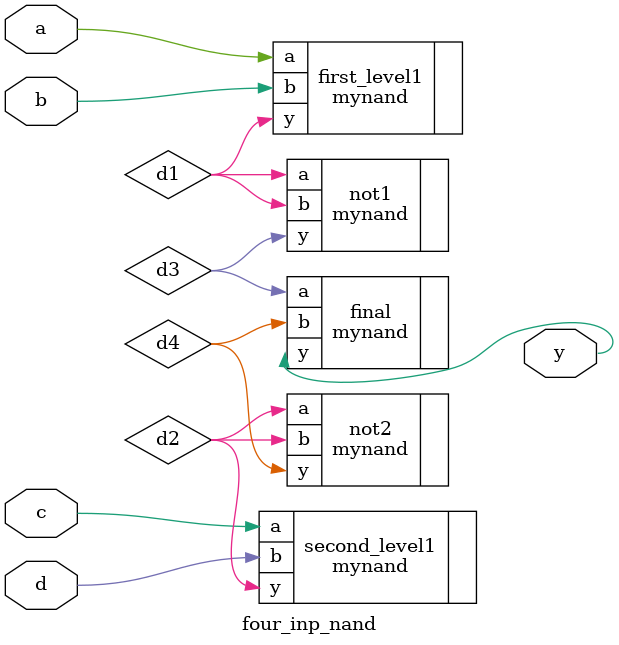
<source format=v>
module four_inp_nand(y, a, b, c ,d);

input  a,b,c,d;

wire d1,d2,d3,d4;

output y;

mynand first_level1(.a(a),.b(b),.y(d1));
mynand second_level1(.a(c),.b(d),.y(d2));
mynand not1(.a(d1),.b(d1),.y(d3));
mynand not2(.a(d2),.b(d2),.y(d4));
mynand final(.a(d3),.b(d4),.y(y));

endmodule
</source>
